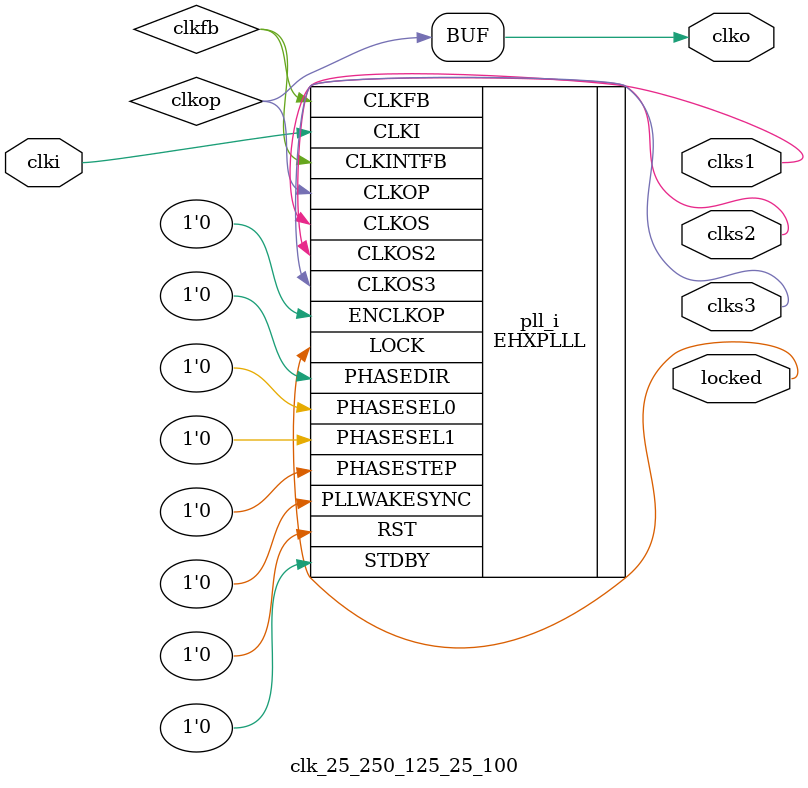
<source format=v>
module clk_25_250_125_25_100(input clki, 
    output clks1,
    output clks2,
    output clks3,
    output locked,
    output clko
);
wire clkfb;
wire clkos;
wire clkop;
(* ICP_CURRENT="12" *) (* LPF_RESISTOR="8" *) (* MFG_ENABLE_FILTEROPAMP="1" *) (* MFG_GMCREF_SEL="2" *)
EHXPLLL #(
        .PLLRST_ENA("DISABLED"),
        .INTFB_WAKE("DISABLED"),
        .STDBY_ENABLE("DISABLED"),
        .DPHASE_SOURCE("DISABLED"),
        .CLKOP_FPHASE(0),
        .CLKOP_CPHASE(0),
        .OUTDIVIDER_MUXA("DIVA"),
        .CLKOP_ENABLE("ENABLED"),
        .CLKOP_DIV(2),
        .CLKOS_ENABLE("ENABLED"),
        .CLKOS_DIV(4),
        .CLKOS_CPHASE(0),
        .CLKOS_FPHASE(0),
        .CLKOS2_ENABLE("ENABLED"),
        .CLKOS2_DIV(20),
        .CLKOS2_CPHASE(0),
        .CLKOS2_FPHASE(0),
        .CLKOS3_ENABLE("ENABLED"),
        .CLKOS3_DIV(5),
        .CLKOS3_CPHASE(0),
        .CLKOS3_FPHASE(0),
        .CLKFB_DIV(10),
        .CLKI_DIV(1),
        .FEEDBK_PATH("INT_OP")
    ) pll_i (
        .CLKI(clki),
        .CLKFB(clkfb),
        .CLKINTFB(clkfb),
        .CLKOP(clkop),
        .CLKOS(clks1),
        .CLKOS2(clks2),
        .CLKOS3(clks3),
        .RST(1'b0),
        .STDBY(1'b0),
        .PHASESEL0(1'b0),
        .PHASESEL1(1'b0),
        .PHASEDIR(1'b0),
        .PHASESTEP(1'b0),
        .PLLWAKESYNC(1'b0),
        .ENCLKOP(1'b0),
        .LOCK(locked)
	);
assign clko = clkop;
endmodule

</source>
